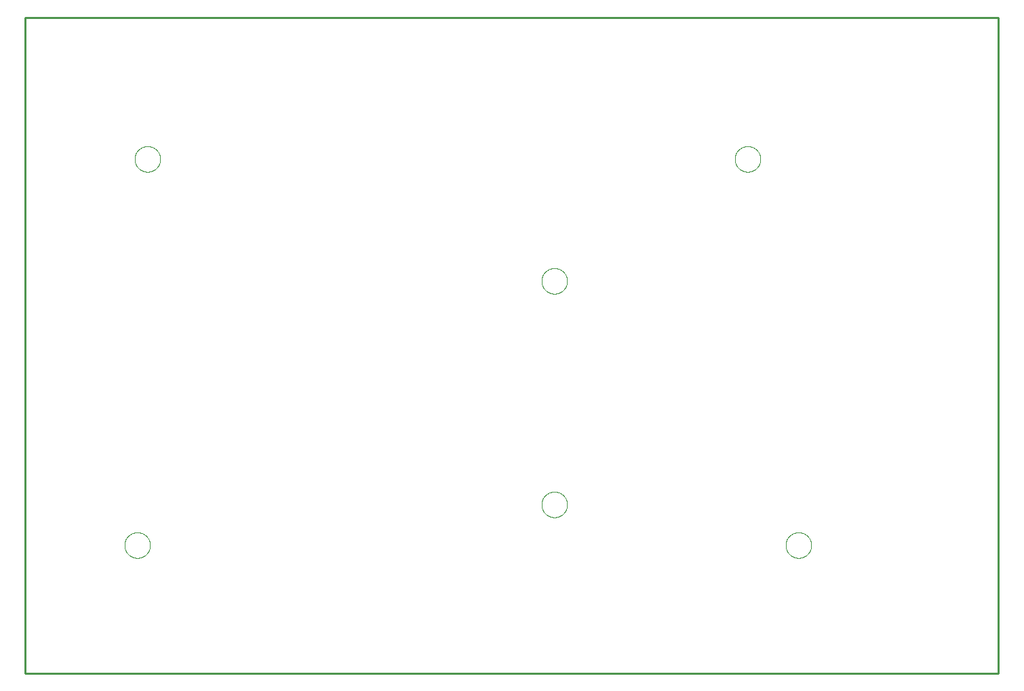
<source format=gbr>
G75*
%MOIN*%
%OFA0B0*%
%FSLAX25Y25*%
%IPPOS*%
%LPD*%
%AMOC8*
5,1,8,0,0,1.08239X$1,22.5*
%
%ADD10C,0.01000*%
%ADD11C,0.00000*%
D10*
X0030312Y0010074D02*
X0030312Y0332909D01*
X0508658Y0332909D01*
X0508658Y0010074D01*
X0030312Y0010074D01*
D11*
X0079013Y0073224D02*
X0079015Y0073382D01*
X0079021Y0073540D01*
X0079031Y0073698D01*
X0079045Y0073856D01*
X0079063Y0074013D01*
X0079084Y0074170D01*
X0079110Y0074326D01*
X0079140Y0074482D01*
X0079173Y0074637D01*
X0079211Y0074790D01*
X0079252Y0074943D01*
X0079297Y0075095D01*
X0079346Y0075246D01*
X0079399Y0075395D01*
X0079455Y0075543D01*
X0079515Y0075689D01*
X0079579Y0075834D01*
X0079647Y0075977D01*
X0079718Y0076119D01*
X0079792Y0076259D01*
X0079870Y0076396D01*
X0079952Y0076532D01*
X0080036Y0076666D01*
X0080125Y0076797D01*
X0080216Y0076926D01*
X0080311Y0077053D01*
X0080408Y0077178D01*
X0080509Y0077300D01*
X0080613Y0077419D01*
X0080720Y0077536D01*
X0080830Y0077650D01*
X0080943Y0077761D01*
X0081058Y0077870D01*
X0081176Y0077975D01*
X0081297Y0078077D01*
X0081420Y0078177D01*
X0081546Y0078273D01*
X0081674Y0078366D01*
X0081804Y0078456D01*
X0081937Y0078542D01*
X0082072Y0078626D01*
X0082208Y0078705D01*
X0082347Y0078782D01*
X0082488Y0078854D01*
X0082630Y0078924D01*
X0082774Y0078989D01*
X0082920Y0079051D01*
X0083067Y0079109D01*
X0083216Y0079164D01*
X0083366Y0079215D01*
X0083517Y0079262D01*
X0083669Y0079305D01*
X0083822Y0079344D01*
X0083977Y0079380D01*
X0084132Y0079411D01*
X0084288Y0079439D01*
X0084444Y0079463D01*
X0084601Y0079483D01*
X0084759Y0079499D01*
X0084916Y0079511D01*
X0085075Y0079519D01*
X0085233Y0079523D01*
X0085391Y0079523D01*
X0085549Y0079519D01*
X0085708Y0079511D01*
X0085865Y0079499D01*
X0086023Y0079483D01*
X0086180Y0079463D01*
X0086336Y0079439D01*
X0086492Y0079411D01*
X0086647Y0079380D01*
X0086802Y0079344D01*
X0086955Y0079305D01*
X0087107Y0079262D01*
X0087258Y0079215D01*
X0087408Y0079164D01*
X0087557Y0079109D01*
X0087704Y0079051D01*
X0087850Y0078989D01*
X0087994Y0078924D01*
X0088136Y0078854D01*
X0088277Y0078782D01*
X0088416Y0078705D01*
X0088552Y0078626D01*
X0088687Y0078542D01*
X0088820Y0078456D01*
X0088950Y0078366D01*
X0089078Y0078273D01*
X0089204Y0078177D01*
X0089327Y0078077D01*
X0089448Y0077975D01*
X0089566Y0077870D01*
X0089681Y0077761D01*
X0089794Y0077650D01*
X0089904Y0077536D01*
X0090011Y0077419D01*
X0090115Y0077300D01*
X0090216Y0077178D01*
X0090313Y0077053D01*
X0090408Y0076926D01*
X0090499Y0076797D01*
X0090588Y0076666D01*
X0090672Y0076532D01*
X0090754Y0076396D01*
X0090832Y0076259D01*
X0090906Y0076119D01*
X0090977Y0075977D01*
X0091045Y0075834D01*
X0091109Y0075689D01*
X0091169Y0075543D01*
X0091225Y0075395D01*
X0091278Y0075246D01*
X0091327Y0075095D01*
X0091372Y0074943D01*
X0091413Y0074790D01*
X0091451Y0074637D01*
X0091484Y0074482D01*
X0091514Y0074326D01*
X0091540Y0074170D01*
X0091561Y0074013D01*
X0091579Y0073856D01*
X0091593Y0073698D01*
X0091603Y0073540D01*
X0091609Y0073382D01*
X0091611Y0073224D01*
X0091609Y0073066D01*
X0091603Y0072908D01*
X0091593Y0072750D01*
X0091579Y0072592D01*
X0091561Y0072435D01*
X0091540Y0072278D01*
X0091514Y0072122D01*
X0091484Y0071966D01*
X0091451Y0071811D01*
X0091413Y0071658D01*
X0091372Y0071505D01*
X0091327Y0071353D01*
X0091278Y0071202D01*
X0091225Y0071053D01*
X0091169Y0070905D01*
X0091109Y0070759D01*
X0091045Y0070614D01*
X0090977Y0070471D01*
X0090906Y0070329D01*
X0090832Y0070189D01*
X0090754Y0070052D01*
X0090672Y0069916D01*
X0090588Y0069782D01*
X0090499Y0069651D01*
X0090408Y0069522D01*
X0090313Y0069395D01*
X0090216Y0069270D01*
X0090115Y0069148D01*
X0090011Y0069029D01*
X0089904Y0068912D01*
X0089794Y0068798D01*
X0089681Y0068687D01*
X0089566Y0068578D01*
X0089448Y0068473D01*
X0089327Y0068371D01*
X0089204Y0068271D01*
X0089078Y0068175D01*
X0088950Y0068082D01*
X0088820Y0067992D01*
X0088687Y0067906D01*
X0088552Y0067822D01*
X0088416Y0067743D01*
X0088277Y0067666D01*
X0088136Y0067594D01*
X0087994Y0067524D01*
X0087850Y0067459D01*
X0087704Y0067397D01*
X0087557Y0067339D01*
X0087408Y0067284D01*
X0087258Y0067233D01*
X0087107Y0067186D01*
X0086955Y0067143D01*
X0086802Y0067104D01*
X0086647Y0067068D01*
X0086492Y0067037D01*
X0086336Y0067009D01*
X0086180Y0066985D01*
X0086023Y0066965D01*
X0085865Y0066949D01*
X0085708Y0066937D01*
X0085549Y0066929D01*
X0085391Y0066925D01*
X0085233Y0066925D01*
X0085075Y0066929D01*
X0084916Y0066937D01*
X0084759Y0066949D01*
X0084601Y0066965D01*
X0084444Y0066985D01*
X0084288Y0067009D01*
X0084132Y0067037D01*
X0083977Y0067068D01*
X0083822Y0067104D01*
X0083669Y0067143D01*
X0083517Y0067186D01*
X0083366Y0067233D01*
X0083216Y0067284D01*
X0083067Y0067339D01*
X0082920Y0067397D01*
X0082774Y0067459D01*
X0082630Y0067524D01*
X0082488Y0067594D01*
X0082347Y0067666D01*
X0082208Y0067743D01*
X0082072Y0067822D01*
X0081937Y0067906D01*
X0081804Y0067992D01*
X0081674Y0068082D01*
X0081546Y0068175D01*
X0081420Y0068271D01*
X0081297Y0068371D01*
X0081176Y0068473D01*
X0081058Y0068578D01*
X0080943Y0068687D01*
X0080830Y0068798D01*
X0080720Y0068912D01*
X0080613Y0069029D01*
X0080509Y0069148D01*
X0080408Y0069270D01*
X0080311Y0069395D01*
X0080216Y0069522D01*
X0080125Y0069651D01*
X0080036Y0069782D01*
X0079952Y0069916D01*
X0079870Y0070052D01*
X0079792Y0070189D01*
X0079718Y0070329D01*
X0079647Y0070471D01*
X0079579Y0070614D01*
X0079515Y0070759D01*
X0079455Y0070905D01*
X0079399Y0071053D01*
X0079346Y0071202D01*
X0079297Y0071353D01*
X0079252Y0071505D01*
X0079211Y0071658D01*
X0079173Y0071811D01*
X0079140Y0071966D01*
X0079110Y0072122D01*
X0079084Y0072278D01*
X0079063Y0072435D01*
X0079045Y0072592D01*
X0079031Y0072750D01*
X0079021Y0072908D01*
X0079015Y0073066D01*
X0079013Y0073224D01*
X0284013Y0093224D02*
X0284015Y0093382D01*
X0284021Y0093540D01*
X0284031Y0093698D01*
X0284045Y0093856D01*
X0284063Y0094013D01*
X0284084Y0094170D01*
X0284110Y0094326D01*
X0284140Y0094482D01*
X0284173Y0094637D01*
X0284211Y0094790D01*
X0284252Y0094943D01*
X0284297Y0095095D01*
X0284346Y0095246D01*
X0284399Y0095395D01*
X0284455Y0095543D01*
X0284515Y0095689D01*
X0284579Y0095834D01*
X0284647Y0095977D01*
X0284718Y0096119D01*
X0284792Y0096259D01*
X0284870Y0096396D01*
X0284952Y0096532D01*
X0285036Y0096666D01*
X0285125Y0096797D01*
X0285216Y0096926D01*
X0285311Y0097053D01*
X0285408Y0097178D01*
X0285509Y0097300D01*
X0285613Y0097419D01*
X0285720Y0097536D01*
X0285830Y0097650D01*
X0285943Y0097761D01*
X0286058Y0097870D01*
X0286176Y0097975D01*
X0286297Y0098077D01*
X0286420Y0098177D01*
X0286546Y0098273D01*
X0286674Y0098366D01*
X0286804Y0098456D01*
X0286937Y0098542D01*
X0287072Y0098626D01*
X0287208Y0098705D01*
X0287347Y0098782D01*
X0287488Y0098854D01*
X0287630Y0098924D01*
X0287774Y0098989D01*
X0287920Y0099051D01*
X0288067Y0099109D01*
X0288216Y0099164D01*
X0288366Y0099215D01*
X0288517Y0099262D01*
X0288669Y0099305D01*
X0288822Y0099344D01*
X0288977Y0099380D01*
X0289132Y0099411D01*
X0289288Y0099439D01*
X0289444Y0099463D01*
X0289601Y0099483D01*
X0289759Y0099499D01*
X0289916Y0099511D01*
X0290075Y0099519D01*
X0290233Y0099523D01*
X0290391Y0099523D01*
X0290549Y0099519D01*
X0290708Y0099511D01*
X0290865Y0099499D01*
X0291023Y0099483D01*
X0291180Y0099463D01*
X0291336Y0099439D01*
X0291492Y0099411D01*
X0291647Y0099380D01*
X0291802Y0099344D01*
X0291955Y0099305D01*
X0292107Y0099262D01*
X0292258Y0099215D01*
X0292408Y0099164D01*
X0292557Y0099109D01*
X0292704Y0099051D01*
X0292850Y0098989D01*
X0292994Y0098924D01*
X0293136Y0098854D01*
X0293277Y0098782D01*
X0293416Y0098705D01*
X0293552Y0098626D01*
X0293687Y0098542D01*
X0293820Y0098456D01*
X0293950Y0098366D01*
X0294078Y0098273D01*
X0294204Y0098177D01*
X0294327Y0098077D01*
X0294448Y0097975D01*
X0294566Y0097870D01*
X0294681Y0097761D01*
X0294794Y0097650D01*
X0294904Y0097536D01*
X0295011Y0097419D01*
X0295115Y0097300D01*
X0295216Y0097178D01*
X0295313Y0097053D01*
X0295408Y0096926D01*
X0295499Y0096797D01*
X0295588Y0096666D01*
X0295672Y0096532D01*
X0295754Y0096396D01*
X0295832Y0096259D01*
X0295906Y0096119D01*
X0295977Y0095977D01*
X0296045Y0095834D01*
X0296109Y0095689D01*
X0296169Y0095543D01*
X0296225Y0095395D01*
X0296278Y0095246D01*
X0296327Y0095095D01*
X0296372Y0094943D01*
X0296413Y0094790D01*
X0296451Y0094637D01*
X0296484Y0094482D01*
X0296514Y0094326D01*
X0296540Y0094170D01*
X0296561Y0094013D01*
X0296579Y0093856D01*
X0296593Y0093698D01*
X0296603Y0093540D01*
X0296609Y0093382D01*
X0296611Y0093224D01*
X0296609Y0093066D01*
X0296603Y0092908D01*
X0296593Y0092750D01*
X0296579Y0092592D01*
X0296561Y0092435D01*
X0296540Y0092278D01*
X0296514Y0092122D01*
X0296484Y0091966D01*
X0296451Y0091811D01*
X0296413Y0091658D01*
X0296372Y0091505D01*
X0296327Y0091353D01*
X0296278Y0091202D01*
X0296225Y0091053D01*
X0296169Y0090905D01*
X0296109Y0090759D01*
X0296045Y0090614D01*
X0295977Y0090471D01*
X0295906Y0090329D01*
X0295832Y0090189D01*
X0295754Y0090052D01*
X0295672Y0089916D01*
X0295588Y0089782D01*
X0295499Y0089651D01*
X0295408Y0089522D01*
X0295313Y0089395D01*
X0295216Y0089270D01*
X0295115Y0089148D01*
X0295011Y0089029D01*
X0294904Y0088912D01*
X0294794Y0088798D01*
X0294681Y0088687D01*
X0294566Y0088578D01*
X0294448Y0088473D01*
X0294327Y0088371D01*
X0294204Y0088271D01*
X0294078Y0088175D01*
X0293950Y0088082D01*
X0293820Y0087992D01*
X0293687Y0087906D01*
X0293552Y0087822D01*
X0293416Y0087743D01*
X0293277Y0087666D01*
X0293136Y0087594D01*
X0292994Y0087524D01*
X0292850Y0087459D01*
X0292704Y0087397D01*
X0292557Y0087339D01*
X0292408Y0087284D01*
X0292258Y0087233D01*
X0292107Y0087186D01*
X0291955Y0087143D01*
X0291802Y0087104D01*
X0291647Y0087068D01*
X0291492Y0087037D01*
X0291336Y0087009D01*
X0291180Y0086985D01*
X0291023Y0086965D01*
X0290865Y0086949D01*
X0290708Y0086937D01*
X0290549Y0086929D01*
X0290391Y0086925D01*
X0290233Y0086925D01*
X0290075Y0086929D01*
X0289916Y0086937D01*
X0289759Y0086949D01*
X0289601Y0086965D01*
X0289444Y0086985D01*
X0289288Y0087009D01*
X0289132Y0087037D01*
X0288977Y0087068D01*
X0288822Y0087104D01*
X0288669Y0087143D01*
X0288517Y0087186D01*
X0288366Y0087233D01*
X0288216Y0087284D01*
X0288067Y0087339D01*
X0287920Y0087397D01*
X0287774Y0087459D01*
X0287630Y0087524D01*
X0287488Y0087594D01*
X0287347Y0087666D01*
X0287208Y0087743D01*
X0287072Y0087822D01*
X0286937Y0087906D01*
X0286804Y0087992D01*
X0286674Y0088082D01*
X0286546Y0088175D01*
X0286420Y0088271D01*
X0286297Y0088371D01*
X0286176Y0088473D01*
X0286058Y0088578D01*
X0285943Y0088687D01*
X0285830Y0088798D01*
X0285720Y0088912D01*
X0285613Y0089029D01*
X0285509Y0089148D01*
X0285408Y0089270D01*
X0285311Y0089395D01*
X0285216Y0089522D01*
X0285125Y0089651D01*
X0285036Y0089782D01*
X0284952Y0089916D01*
X0284870Y0090052D01*
X0284792Y0090189D01*
X0284718Y0090329D01*
X0284647Y0090471D01*
X0284579Y0090614D01*
X0284515Y0090759D01*
X0284455Y0090905D01*
X0284399Y0091053D01*
X0284346Y0091202D01*
X0284297Y0091353D01*
X0284252Y0091505D01*
X0284211Y0091658D01*
X0284173Y0091811D01*
X0284140Y0091966D01*
X0284110Y0092122D01*
X0284084Y0092278D01*
X0284063Y0092435D01*
X0284045Y0092592D01*
X0284031Y0092750D01*
X0284021Y0092908D01*
X0284015Y0093066D01*
X0284013Y0093224D01*
X0404013Y0073224D02*
X0404015Y0073382D01*
X0404021Y0073540D01*
X0404031Y0073698D01*
X0404045Y0073856D01*
X0404063Y0074013D01*
X0404084Y0074170D01*
X0404110Y0074326D01*
X0404140Y0074482D01*
X0404173Y0074637D01*
X0404211Y0074790D01*
X0404252Y0074943D01*
X0404297Y0075095D01*
X0404346Y0075246D01*
X0404399Y0075395D01*
X0404455Y0075543D01*
X0404515Y0075689D01*
X0404579Y0075834D01*
X0404647Y0075977D01*
X0404718Y0076119D01*
X0404792Y0076259D01*
X0404870Y0076396D01*
X0404952Y0076532D01*
X0405036Y0076666D01*
X0405125Y0076797D01*
X0405216Y0076926D01*
X0405311Y0077053D01*
X0405408Y0077178D01*
X0405509Y0077300D01*
X0405613Y0077419D01*
X0405720Y0077536D01*
X0405830Y0077650D01*
X0405943Y0077761D01*
X0406058Y0077870D01*
X0406176Y0077975D01*
X0406297Y0078077D01*
X0406420Y0078177D01*
X0406546Y0078273D01*
X0406674Y0078366D01*
X0406804Y0078456D01*
X0406937Y0078542D01*
X0407072Y0078626D01*
X0407208Y0078705D01*
X0407347Y0078782D01*
X0407488Y0078854D01*
X0407630Y0078924D01*
X0407774Y0078989D01*
X0407920Y0079051D01*
X0408067Y0079109D01*
X0408216Y0079164D01*
X0408366Y0079215D01*
X0408517Y0079262D01*
X0408669Y0079305D01*
X0408822Y0079344D01*
X0408977Y0079380D01*
X0409132Y0079411D01*
X0409288Y0079439D01*
X0409444Y0079463D01*
X0409601Y0079483D01*
X0409759Y0079499D01*
X0409916Y0079511D01*
X0410075Y0079519D01*
X0410233Y0079523D01*
X0410391Y0079523D01*
X0410549Y0079519D01*
X0410708Y0079511D01*
X0410865Y0079499D01*
X0411023Y0079483D01*
X0411180Y0079463D01*
X0411336Y0079439D01*
X0411492Y0079411D01*
X0411647Y0079380D01*
X0411802Y0079344D01*
X0411955Y0079305D01*
X0412107Y0079262D01*
X0412258Y0079215D01*
X0412408Y0079164D01*
X0412557Y0079109D01*
X0412704Y0079051D01*
X0412850Y0078989D01*
X0412994Y0078924D01*
X0413136Y0078854D01*
X0413277Y0078782D01*
X0413416Y0078705D01*
X0413552Y0078626D01*
X0413687Y0078542D01*
X0413820Y0078456D01*
X0413950Y0078366D01*
X0414078Y0078273D01*
X0414204Y0078177D01*
X0414327Y0078077D01*
X0414448Y0077975D01*
X0414566Y0077870D01*
X0414681Y0077761D01*
X0414794Y0077650D01*
X0414904Y0077536D01*
X0415011Y0077419D01*
X0415115Y0077300D01*
X0415216Y0077178D01*
X0415313Y0077053D01*
X0415408Y0076926D01*
X0415499Y0076797D01*
X0415588Y0076666D01*
X0415672Y0076532D01*
X0415754Y0076396D01*
X0415832Y0076259D01*
X0415906Y0076119D01*
X0415977Y0075977D01*
X0416045Y0075834D01*
X0416109Y0075689D01*
X0416169Y0075543D01*
X0416225Y0075395D01*
X0416278Y0075246D01*
X0416327Y0075095D01*
X0416372Y0074943D01*
X0416413Y0074790D01*
X0416451Y0074637D01*
X0416484Y0074482D01*
X0416514Y0074326D01*
X0416540Y0074170D01*
X0416561Y0074013D01*
X0416579Y0073856D01*
X0416593Y0073698D01*
X0416603Y0073540D01*
X0416609Y0073382D01*
X0416611Y0073224D01*
X0416609Y0073066D01*
X0416603Y0072908D01*
X0416593Y0072750D01*
X0416579Y0072592D01*
X0416561Y0072435D01*
X0416540Y0072278D01*
X0416514Y0072122D01*
X0416484Y0071966D01*
X0416451Y0071811D01*
X0416413Y0071658D01*
X0416372Y0071505D01*
X0416327Y0071353D01*
X0416278Y0071202D01*
X0416225Y0071053D01*
X0416169Y0070905D01*
X0416109Y0070759D01*
X0416045Y0070614D01*
X0415977Y0070471D01*
X0415906Y0070329D01*
X0415832Y0070189D01*
X0415754Y0070052D01*
X0415672Y0069916D01*
X0415588Y0069782D01*
X0415499Y0069651D01*
X0415408Y0069522D01*
X0415313Y0069395D01*
X0415216Y0069270D01*
X0415115Y0069148D01*
X0415011Y0069029D01*
X0414904Y0068912D01*
X0414794Y0068798D01*
X0414681Y0068687D01*
X0414566Y0068578D01*
X0414448Y0068473D01*
X0414327Y0068371D01*
X0414204Y0068271D01*
X0414078Y0068175D01*
X0413950Y0068082D01*
X0413820Y0067992D01*
X0413687Y0067906D01*
X0413552Y0067822D01*
X0413416Y0067743D01*
X0413277Y0067666D01*
X0413136Y0067594D01*
X0412994Y0067524D01*
X0412850Y0067459D01*
X0412704Y0067397D01*
X0412557Y0067339D01*
X0412408Y0067284D01*
X0412258Y0067233D01*
X0412107Y0067186D01*
X0411955Y0067143D01*
X0411802Y0067104D01*
X0411647Y0067068D01*
X0411492Y0067037D01*
X0411336Y0067009D01*
X0411180Y0066985D01*
X0411023Y0066965D01*
X0410865Y0066949D01*
X0410708Y0066937D01*
X0410549Y0066929D01*
X0410391Y0066925D01*
X0410233Y0066925D01*
X0410075Y0066929D01*
X0409916Y0066937D01*
X0409759Y0066949D01*
X0409601Y0066965D01*
X0409444Y0066985D01*
X0409288Y0067009D01*
X0409132Y0067037D01*
X0408977Y0067068D01*
X0408822Y0067104D01*
X0408669Y0067143D01*
X0408517Y0067186D01*
X0408366Y0067233D01*
X0408216Y0067284D01*
X0408067Y0067339D01*
X0407920Y0067397D01*
X0407774Y0067459D01*
X0407630Y0067524D01*
X0407488Y0067594D01*
X0407347Y0067666D01*
X0407208Y0067743D01*
X0407072Y0067822D01*
X0406937Y0067906D01*
X0406804Y0067992D01*
X0406674Y0068082D01*
X0406546Y0068175D01*
X0406420Y0068271D01*
X0406297Y0068371D01*
X0406176Y0068473D01*
X0406058Y0068578D01*
X0405943Y0068687D01*
X0405830Y0068798D01*
X0405720Y0068912D01*
X0405613Y0069029D01*
X0405509Y0069148D01*
X0405408Y0069270D01*
X0405311Y0069395D01*
X0405216Y0069522D01*
X0405125Y0069651D01*
X0405036Y0069782D01*
X0404952Y0069916D01*
X0404870Y0070052D01*
X0404792Y0070189D01*
X0404718Y0070329D01*
X0404647Y0070471D01*
X0404579Y0070614D01*
X0404515Y0070759D01*
X0404455Y0070905D01*
X0404399Y0071053D01*
X0404346Y0071202D01*
X0404297Y0071353D01*
X0404252Y0071505D01*
X0404211Y0071658D01*
X0404173Y0071811D01*
X0404140Y0071966D01*
X0404110Y0072122D01*
X0404084Y0072278D01*
X0404063Y0072435D01*
X0404045Y0072592D01*
X0404031Y0072750D01*
X0404021Y0072908D01*
X0404015Y0073066D01*
X0404013Y0073224D01*
X0284013Y0203224D02*
X0284015Y0203382D01*
X0284021Y0203540D01*
X0284031Y0203698D01*
X0284045Y0203856D01*
X0284063Y0204013D01*
X0284084Y0204170D01*
X0284110Y0204326D01*
X0284140Y0204482D01*
X0284173Y0204637D01*
X0284211Y0204790D01*
X0284252Y0204943D01*
X0284297Y0205095D01*
X0284346Y0205246D01*
X0284399Y0205395D01*
X0284455Y0205543D01*
X0284515Y0205689D01*
X0284579Y0205834D01*
X0284647Y0205977D01*
X0284718Y0206119D01*
X0284792Y0206259D01*
X0284870Y0206396D01*
X0284952Y0206532D01*
X0285036Y0206666D01*
X0285125Y0206797D01*
X0285216Y0206926D01*
X0285311Y0207053D01*
X0285408Y0207178D01*
X0285509Y0207300D01*
X0285613Y0207419D01*
X0285720Y0207536D01*
X0285830Y0207650D01*
X0285943Y0207761D01*
X0286058Y0207870D01*
X0286176Y0207975D01*
X0286297Y0208077D01*
X0286420Y0208177D01*
X0286546Y0208273D01*
X0286674Y0208366D01*
X0286804Y0208456D01*
X0286937Y0208542D01*
X0287072Y0208626D01*
X0287208Y0208705D01*
X0287347Y0208782D01*
X0287488Y0208854D01*
X0287630Y0208924D01*
X0287774Y0208989D01*
X0287920Y0209051D01*
X0288067Y0209109D01*
X0288216Y0209164D01*
X0288366Y0209215D01*
X0288517Y0209262D01*
X0288669Y0209305D01*
X0288822Y0209344D01*
X0288977Y0209380D01*
X0289132Y0209411D01*
X0289288Y0209439D01*
X0289444Y0209463D01*
X0289601Y0209483D01*
X0289759Y0209499D01*
X0289916Y0209511D01*
X0290075Y0209519D01*
X0290233Y0209523D01*
X0290391Y0209523D01*
X0290549Y0209519D01*
X0290708Y0209511D01*
X0290865Y0209499D01*
X0291023Y0209483D01*
X0291180Y0209463D01*
X0291336Y0209439D01*
X0291492Y0209411D01*
X0291647Y0209380D01*
X0291802Y0209344D01*
X0291955Y0209305D01*
X0292107Y0209262D01*
X0292258Y0209215D01*
X0292408Y0209164D01*
X0292557Y0209109D01*
X0292704Y0209051D01*
X0292850Y0208989D01*
X0292994Y0208924D01*
X0293136Y0208854D01*
X0293277Y0208782D01*
X0293416Y0208705D01*
X0293552Y0208626D01*
X0293687Y0208542D01*
X0293820Y0208456D01*
X0293950Y0208366D01*
X0294078Y0208273D01*
X0294204Y0208177D01*
X0294327Y0208077D01*
X0294448Y0207975D01*
X0294566Y0207870D01*
X0294681Y0207761D01*
X0294794Y0207650D01*
X0294904Y0207536D01*
X0295011Y0207419D01*
X0295115Y0207300D01*
X0295216Y0207178D01*
X0295313Y0207053D01*
X0295408Y0206926D01*
X0295499Y0206797D01*
X0295588Y0206666D01*
X0295672Y0206532D01*
X0295754Y0206396D01*
X0295832Y0206259D01*
X0295906Y0206119D01*
X0295977Y0205977D01*
X0296045Y0205834D01*
X0296109Y0205689D01*
X0296169Y0205543D01*
X0296225Y0205395D01*
X0296278Y0205246D01*
X0296327Y0205095D01*
X0296372Y0204943D01*
X0296413Y0204790D01*
X0296451Y0204637D01*
X0296484Y0204482D01*
X0296514Y0204326D01*
X0296540Y0204170D01*
X0296561Y0204013D01*
X0296579Y0203856D01*
X0296593Y0203698D01*
X0296603Y0203540D01*
X0296609Y0203382D01*
X0296611Y0203224D01*
X0296609Y0203066D01*
X0296603Y0202908D01*
X0296593Y0202750D01*
X0296579Y0202592D01*
X0296561Y0202435D01*
X0296540Y0202278D01*
X0296514Y0202122D01*
X0296484Y0201966D01*
X0296451Y0201811D01*
X0296413Y0201658D01*
X0296372Y0201505D01*
X0296327Y0201353D01*
X0296278Y0201202D01*
X0296225Y0201053D01*
X0296169Y0200905D01*
X0296109Y0200759D01*
X0296045Y0200614D01*
X0295977Y0200471D01*
X0295906Y0200329D01*
X0295832Y0200189D01*
X0295754Y0200052D01*
X0295672Y0199916D01*
X0295588Y0199782D01*
X0295499Y0199651D01*
X0295408Y0199522D01*
X0295313Y0199395D01*
X0295216Y0199270D01*
X0295115Y0199148D01*
X0295011Y0199029D01*
X0294904Y0198912D01*
X0294794Y0198798D01*
X0294681Y0198687D01*
X0294566Y0198578D01*
X0294448Y0198473D01*
X0294327Y0198371D01*
X0294204Y0198271D01*
X0294078Y0198175D01*
X0293950Y0198082D01*
X0293820Y0197992D01*
X0293687Y0197906D01*
X0293552Y0197822D01*
X0293416Y0197743D01*
X0293277Y0197666D01*
X0293136Y0197594D01*
X0292994Y0197524D01*
X0292850Y0197459D01*
X0292704Y0197397D01*
X0292557Y0197339D01*
X0292408Y0197284D01*
X0292258Y0197233D01*
X0292107Y0197186D01*
X0291955Y0197143D01*
X0291802Y0197104D01*
X0291647Y0197068D01*
X0291492Y0197037D01*
X0291336Y0197009D01*
X0291180Y0196985D01*
X0291023Y0196965D01*
X0290865Y0196949D01*
X0290708Y0196937D01*
X0290549Y0196929D01*
X0290391Y0196925D01*
X0290233Y0196925D01*
X0290075Y0196929D01*
X0289916Y0196937D01*
X0289759Y0196949D01*
X0289601Y0196965D01*
X0289444Y0196985D01*
X0289288Y0197009D01*
X0289132Y0197037D01*
X0288977Y0197068D01*
X0288822Y0197104D01*
X0288669Y0197143D01*
X0288517Y0197186D01*
X0288366Y0197233D01*
X0288216Y0197284D01*
X0288067Y0197339D01*
X0287920Y0197397D01*
X0287774Y0197459D01*
X0287630Y0197524D01*
X0287488Y0197594D01*
X0287347Y0197666D01*
X0287208Y0197743D01*
X0287072Y0197822D01*
X0286937Y0197906D01*
X0286804Y0197992D01*
X0286674Y0198082D01*
X0286546Y0198175D01*
X0286420Y0198271D01*
X0286297Y0198371D01*
X0286176Y0198473D01*
X0286058Y0198578D01*
X0285943Y0198687D01*
X0285830Y0198798D01*
X0285720Y0198912D01*
X0285613Y0199029D01*
X0285509Y0199148D01*
X0285408Y0199270D01*
X0285311Y0199395D01*
X0285216Y0199522D01*
X0285125Y0199651D01*
X0285036Y0199782D01*
X0284952Y0199916D01*
X0284870Y0200052D01*
X0284792Y0200189D01*
X0284718Y0200329D01*
X0284647Y0200471D01*
X0284579Y0200614D01*
X0284515Y0200759D01*
X0284455Y0200905D01*
X0284399Y0201053D01*
X0284346Y0201202D01*
X0284297Y0201353D01*
X0284252Y0201505D01*
X0284211Y0201658D01*
X0284173Y0201811D01*
X0284140Y0201966D01*
X0284110Y0202122D01*
X0284084Y0202278D01*
X0284063Y0202435D01*
X0284045Y0202592D01*
X0284031Y0202750D01*
X0284021Y0202908D01*
X0284015Y0203066D01*
X0284013Y0203224D01*
X0379013Y0263224D02*
X0379015Y0263382D01*
X0379021Y0263540D01*
X0379031Y0263698D01*
X0379045Y0263856D01*
X0379063Y0264013D01*
X0379084Y0264170D01*
X0379110Y0264326D01*
X0379140Y0264482D01*
X0379173Y0264637D01*
X0379211Y0264790D01*
X0379252Y0264943D01*
X0379297Y0265095D01*
X0379346Y0265246D01*
X0379399Y0265395D01*
X0379455Y0265543D01*
X0379515Y0265689D01*
X0379579Y0265834D01*
X0379647Y0265977D01*
X0379718Y0266119D01*
X0379792Y0266259D01*
X0379870Y0266396D01*
X0379952Y0266532D01*
X0380036Y0266666D01*
X0380125Y0266797D01*
X0380216Y0266926D01*
X0380311Y0267053D01*
X0380408Y0267178D01*
X0380509Y0267300D01*
X0380613Y0267419D01*
X0380720Y0267536D01*
X0380830Y0267650D01*
X0380943Y0267761D01*
X0381058Y0267870D01*
X0381176Y0267975D01*
X0381297Y0268077D01*
X0381420Y0268177D01*
X0381546Y0268273D01*
X0381674Y0268366D01*
X0381804Y0268456D01*
X0381937Y0268542D01*
X0382072Y0268626D01*
X0382208Y0268705D01*
X0382347Y0268782D01*
X0382488Y0268854D01*
X0382630Y0268924D01*
X0382774Y0268989D01*
X0382920Y0269051D01*
X0383067Y0269109D01*
X0383216Y0269164D01*
X0383366Y0269215D01*
X0383517Y0269262D01*
X0383669Y0269305D01*
X0383822Y0269344D01*
X0383977Y0269380D01*
X0384132Y0269411D01*
X0384288Y0269439D01*
X0384444Y0269463D01*
X0384601Y0269483D01*
X0384759Y0269499D01*
X0384916Y0269511D01*
X0385075Y0269519D01*
X0385233Y0269523D01*
X0385391Y0269523D01*
X0385549Y0269519D01*
X0385708Y0269511D01*
X0385865Y0269499D01*
X0386023Y0269483D01*
X0386180Y0269463D01*
X0386336Y0269439D01*
X0386492Y0269411D01*
X0386647Y0269380D01*
X0386802Y0269344D01*
X0386955Y0269305D01*
X0387107Y0269262D01*
X0387258Y0269215D01*
X0387408Y0269164D01*
X0387557Y0269109D01*
X0387704Y0269051D01*
X0387850Y0268989D01*
X0387994Y0268924D01*
X0388136Y0268854D01*
X0388277Y0268782D01*
X0388416Y0268705D01*
X0388552Y0268626D01*
X0388687Y0268542D01*
X0388820Y0268456D01*
X0388950Y0268366D01*
X0389078Y0268273D01*
X0389204Y0268177D01*
X0389327Y0268077D01*
X0389448Y0267975D01*
X0389566Y0267870D01*
X0389681Y0267761D01*
X0389794Y0267650D01*
X0389904Y0267536D01*
X0390011Y0267419D01*
X0390115Y0267300D01*
X0390216Y0267178D01*
X0390313Y0267053D01*
X0390408Y0266926D01*
X0390499Y0266797D01*
X0390588Y0266666D01*
X0390672Y0266532D01*
X0390754Y0266396D01*
X0390832Y0266259D01*
X0390906Y0266119D01*
X0390977Y0265977D01*
X0391045Y0265834D01*
X0391109Y0265689D01*
X0391169Y0265543D01*
X0391225Y0265395D01*
X0391278Y0265246D01*
X0391327Y0265095D01*
X0391372Y0264943D01*
X0391413Y0264790D01*
X0391451Y0264637D01*
X0391484Y0264482D01*
X0391514Y0264326D01*
X0391540Y0264170D01*
X0391561Y0264013D01*
X0391579Y0263856D01*
X0391593Y0263698D01*
X0391603Y0263540D01*
X0391609Y0263382D01*
X0391611Y0263224D01*
X0391609Y0263066D01*
X0391603Y0262908D01*
X0391593Y0262750D01*
X0391579Y0262592D01*
X0391561Y0262435D01*
X0391540Y0262278D01*
X0391514Y0262122D01*
X0391484Y0261966D01*
X0391451Y0261811D01*
X0391413Y0261658D01*
X0391372Y0261505D01*
X0391327Y0261353D01*
X0391278Y0261202D01*
X0391225Y0261053D01*
X0391169Y0260905D01*
X0391109Y0260759D01*
X0391045Y0260614D01*
X0390977Y0260471D01*
X0390906Y0260329D01*
X0390832Y0260189D01*
X0390754Y0260052D01*
X0390672Y0259916D01*
X0390588Y0259782D01*
X0390499Y0259651D01*
X0390408Y0259522D01*
X0390313Y0259395D01*
X0390216Y0259270D01*
X0390115Y0259148D01*
X0390011Y0259029D01*
X0389904Y0258912D01*
X0389794Y0258798D01*
X0389681Y0258687D01*
X0389566Y0258578D01*
X0389448Y0258473D01*
X0389327Y0258371D01*
X0389204Y0258271D01*
X0389078Y0258175D01*
X0388950Y0258082D01*
X0388820Y0257992D01*
X0388687Y0257906D01*
X0388552Y0257822D01*
X0388416Y0257743D01*
X0388277Y0257666D01*
X0388136Y0257594D01*
X0387994Y0257524D01*
X0387850Y0257459D01*
X0387704Y0257397D01*
X0387557Y0257339D01*
X0387408Y0257284D01*
X0387258Y0257233D01*
X0387107Y0257186D01*
X0386955Y0257143D01*
X0386802Y0257104D01*
X0386647Y0257068D01*
X0386492Y0257037D01*
X0386336Y0257009D01*
X0386180Y0256985D01*
X0386023Y0256965D01*
X0385865Y0256949D01*
X0385708Y0256937D01*
X0385549Y0256929D01*
X0385391Y0256925D01*
X0385233Y0256925D01*
X0385075Y0256929D01*
X0384916Y0256937D01*
X0384759Y0256949D01*
X0384601Y0256965D01*
X0384444Y0256985D01*
X0384288Y0257009D01*
X0384132Y0257037D01*
X0383977Y0257068D01*
X0383822Y0257104D01*
X0383669Y0257143D01*
X0383517Y0257186D01*
X0383366Y0257233D01*
X0383216Y0257284D01*
X0383067Y0257339D01*
X0382920Y0257397D01*
X0382774Y0257459D01*
X0382630Y0257524D01*
X0382488Y0257594D01*
X0382347Y0257666D01*
X0382208Y0257743D01*
X0382072Y0257822D01*
X0381937Y0257906D01*
X0381804Y0257992D01*
X0381674Y0258082D01*
X0381546Y0258175D01*
X0381420Y0258271D01*
X0381297Y0258371D01*
X0381176Y0258473D01*
X0381058Y0258578D01*
X0380943Y0258687D01*
X0380830Y0258798D01*
X0380720Y0258912D01*
X0380613Y0259029D01*
X0380509Y0259148D01*
X0380408Y0259270D01*
X0380311Y0259395D01*
X0380216Y0259522D01*
X0380125Y0259651D01*
X0380036Y0259782D01*
X0379952Y0259916D01*
X0379870Y0260052D01*
X0379792Y0260189D01*
X0379718Y0260329D01*
X0379647Y0260471D01*
X0379579Y0260614D01*
X0379515Y0260759D01*
X0379455Y0260905D01*
X0379399Y0261053D01*
X0379346Y0261202D01*
X0379297Y0261353D01*
X0379252Y0261505D01*
X0379211Y0261658D01*
X0379173Y0261811D01*
X0379140Y0261966D01*
X0379110Y0262122D01*
X0379084Y0262278D01*
X0379063Y0262435D01*
X0379045Y0262592D01*
X0379031Y0262750D01*
X0379021Y0262908D01*
X0379015Y0263066D01*
X0379013Y0263224D01*
X0084013Y0263224D02*
X0084015Y0263382D01*
X0084021Y0263540D01*
X0084031Y0263698D01*
X0084045Y0263856D01*
X0084063Y0264013D01*
X0084084Y0264170D01*
X0084110Y0264326D01*
X0084140Y0264482D01*
X0084173Y0264637D01*
X0084211Y0264790D01*
X0084252Y0264943D01*
X0084297Y0265095D01*
X0084346Y0265246D01*
X0084399Y0265395D01*
X0084455Y0265543D01*
X0084515Y0265689D01*
X0084579Y0265834D01*
X0084647Y0265977D01*
X0084718Y0266119D01*
X0084792Y0266259D01*
X0084870Y0266396D01*
X0084952Y0266532D01*
X0085036Y0266666D01*
X0085125Y0266797D01*
X0085216Y0266926D01*
X0085311Y0267053D01*
X0085408Y0267178D01*
X0085509Y0267300D01*
X0085613Y0267419D01*
X0085720Y0267536D01*
X0085830Y0267650D01*
X0085943Y0267761D01*
X0086058Y0267870D01*
X0086176Y0267975D01*
X0086297Y0268077D01*
X0086420Y0268177D01*
X0086546Y0268273D01*
X0086674Y0268366D01*
X0086804Y0268456D01*
X0086937Y0268542D01*
X0087072Y0268626D01*
X0087208Y0268705D01*
X0087347Y0268782D01*
X0087488Y0268854D01*
X0087630Y0268924D01*
X0087774Y0268989D01*
X0087920Y0269051D01*
X0088067Y0269109D01*
X0088216Y0269164D01*
X0088366Y0269215D01*
X0088517Y0269262D01*
X0088669Y0269305D01*
X0088822Y0269344D01*
X0088977Y0269380D01*
X0089132Y0269411D01*
X0089288Y0269439D01*
X0089444Y0269463D01*
X0089601Y0269483D01*
X0089759Y0269499D01*
X0089916Y0269511D01*
X0090075Y0269519D01*
X0090233Y0269523D01*
X0090391Y0269523D01*
X0090549Y0269519D01*
X0090708Y0269511D01*
X0090865Y0269499D01*
X0091023Y0269483D01*
X0091180Y0269463D01*
X0091336Y0269439D01*
X0091492Y0269411D01*
X0091647Y0269380D01*
X0091802Y0269344D01*
X0091955Y0269305D01*
X0092107Y0269262D01*
X0092258Y0269215D01*
X0092408Y0269164D01*
X0092557Y0269109D01*
X0092704Y0269051D01*
X0092850Y0268989D01*
X0092994Y0268924D01*
X0093136Y0268854D01*
X0093277Y0268782D01*
X0093416Y0268705D01*
X0093552Y0268626D01*
X0093687Y0268542D01*
X0093820Y0268456D01*
X0093950Y0268366D01*
X0094078Y0268273D01*
X0094204Y0268177D01*
X0094327Y0268077D01*
X0094448Y0267975D01*
X0094566Y0267870D01*
X0094681Y0267761D01*
X0094794Y0267650D01*
X0094904Y0267536D01*
X0095011Y0267419D01*
X0095115Y0267300D01*
X0095216Y0267178D01*
X0095313Y0267053D01*
X0095408Y0266926D01*
X0095499Y0266797D01*
X0095588Y0266666D01*
X0095672Y0266532D01*
X0095754Y0266396D01*
X0095832Y0266259D01*
X0095906Y0266119D01*
X0095977Y0265977D01*
X0096045Y0265834D01*
X0096109Y0265689D01*
X0096169Y0265543D01*
X0096225Y0265395D01*
X0096278Y0265246D01*
X0096327Y0265095D01*
X0096372Y0264943D01*
X0096413Y0264790D01*
X0096451Y0264637D01*
X0096484Y0264482D01*
X0096514Y0264326D01*
X0096540Y0264170D01*
X0096561Y0264013D01*
X0096579Y0263856D01*
X0096593Y0263698D01*
X0096603Y0263540D01*
X0096609Y0263382D01*
X0096611Y0263224D01*
X0096609Y0263066D01*
X0096603Y0262908D01*
X0096593Y0262750D01*
X0096579Y0262592D01*
X0096561Y0262435D01*
X0096540Y0262278D01*
X0096514Y0262122D01*
X0096484Y0261966D01*
X0096451Y0261811D01*
X0096413Y0261658D01*
X0096372Y0261505D01*
X0096327Y0261353D01*
X0096278Y0261202D01*
X0096225Y0261053D01*
X0096169Y0260905D01*
X0096109Y0260759D01*
X0096045Y0260614D01*
X0095977Y0260471D01*
X0095906Y0260329D01*
X0095832Y0260189D01*
X0095754Y0260052D01*
X0095672Y0259916D01*
X0095588Y0259782D01*
X0095499Y0259651D01*
X0095408Y0259522D01*
X0095313Y0259395D01*
X0095216Y0259270D01*
X0095115Y0259148D01*
X0095011Y0259029D01*
X0094904Y0258912D01*
X0094794Y0258798D01*
X0094681Y0258687D01*
X0094566Y0258578D01*
X0094448Y0258473D01*
X0094327Y0258371D01*
X0094204Y0258271D01*
X0094078Y0258175D01*
X0093950Y0258082D01*
X0093820Y0257992D01*
X0093687Y0257906D01*
X0093552Y0257822D01*
X0093416Y0257743D01*
X0093277Y0257666D01*
X0093136Y0257594D01*
X0092994Y0257524D01*
X0092850Y0257459D01*
X0092704Y0257397D01*
X0092557Y0257339D01*
X0092408Y0257284D01*
X0092258Y0257233D01*
X0092107Y0257186D01*
X0091955Y0257143D01*
X0091802Y0257104D01*
X0091647Y0257068D01*
X0091492Y0257037D01*
X0091336Y0257009D01*
X0091180Y0256985D01*
X0091023Y0256965D01*
X0090865Y0256949D01*
X0090708Y0256937D01*
X0090549Y0256929D01*
X0090391Y0256925D01*
X0090233Y0256925D01*
X0090075Y0256929D01*
X0089916Y0256937D01*
X0089759Y0256949D01*
X0089601Y0256965D01*
X0089444Y0256985D01*
X0089288Y0257009D01*
X0089132Y0257037D01*
X0088977Y0257068D01*
X0088822Y0257104D01*
X0088669Y0257143D01*
X0088517Y0257186D01*
X0088366Y0257233D01*
X0088216Y0257284D01*
X0088067Y0257339D01*
X0087920Y0257397D01*
X0087774Y0257459D01*
X0087630Y0257524D01*
X0087488Y0257594D01*
X0087347Y0257666D01*
X0087208Y0257743D01*
X0087072Y0257822D01*
X0086937Y0257906D01*
X0086804Y0257992D01*
X0086674Y0258082D01*
X0086546Y0258175D01*
X0086420Y0258271D01*
X0086297Y0258371D01*
X0086176Y0258473D01*
X0086058Y0258578D01*
X0085943Y0258687D01*
X0085830Y0258798D01*
X0085720Y0258912D01*
X0085613Y0259029D01*
X0085509Y0259148D01*
X0085408Y0259270D01*
X0085311Y0259395D01*
X0085216Y0259522D01*
X0085125Y0259651D01*
X0085036Y0259782D01*
X0084952Y0259916D01*
X0084870Y0260052D01*
X0084792Y0260189D01*
X0084718Y0260329D01*
X0084647Y0260471D01*
X0084579Y0260614D01*
X0084515Y0260759D01*
X0084455Y0260905D01*
X0084399Y0261053D01*
X0084346Y0261202D01*
X0084297Y0261353D01*
X0084252Y0261505D01*
X0084211Y0261658D01*
X0084173Y0261811D01*
X0084140Y0261966D01*
X0084110Y0262122D01*
X0084084Y0262278D01*
X0084063Y0262435D01*
X0084045Y0262592D01*
X0084031Y0262750D01*
X0084021Y0262908D01*
X0084015Y0263066D01*
X0084013Y0263224D01*
M02*

</source>
